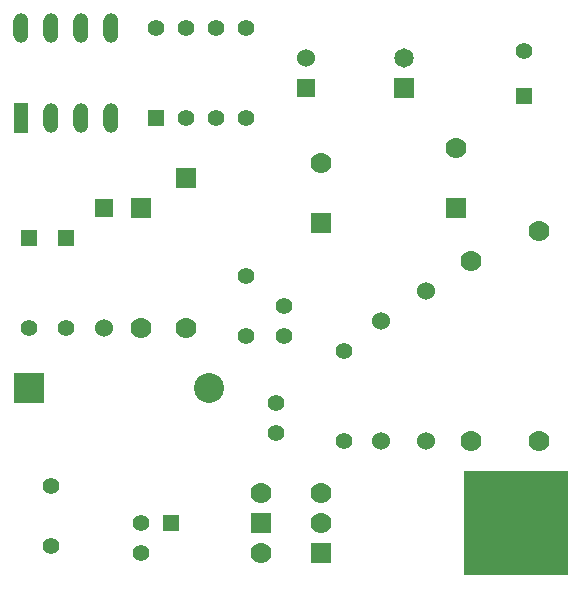
<source format=gtl>
G04 (created by PCBNEW (2013-07-07 BZR 4022)-stable) date 2/4/2014 11:58:10 PM*
%MOIN*%
G04 Gerber Fmt 3.4, Leading zero omitted, Abs format*
%FSLAX34Y34*%
G01*
G70*
G90*
G04 APERTURE LIST*
%ADD10C,0.00590551*%
%ADD11R,0.05X0.1*%
%ADD12O,0.05X0.1*%
%ADD13R,0.055X0.055*%
%ADD14C,0.055*%
%ADD15R,0.06X0.06*%
%ADD16C,0.06*%
%ADD17R,0.065X0.065*%
%ADD18C,0.065*%
%ADD19R,0.07X0.07*%
%ADD20C,0.07*%
%ADD21C,0.1*%
%ADD22R,0.1X0.1*%
%ADD23R,0.056X0.056*%
%ADD24C,0.056*%
%ADD25R,0.35X0.35*%
G04 APERTURE END LIST*
G54D10*
G54D11*
X62250Y-41750D03*
G54D12*
X63250Y-41750D03*
X64250Y-41750D03*
X65250Y-41750D03*
X65250Y-38750D03*
X64250Y-38750D03*
X63250Y-38750D03*
X62250Y-38750D03*
G54D13*
X66750Y-41750D03*
G54D14*
X67750Y-41750D03*
X68750Y-41750D03*
X69750Y-41750D03*
X69750Y-38750D03*
X68750Y-38750D03*
X67750Y-38750D03*
X66750Y-38750D03*
X71000Y-49000D03*
X71000Y-48000D03*
G54D13*
X79000Y-41000D03*
G54D14*
X79000Y-39500D03*
G54D15*
X71750Y-40750D03*
G54D16*
X71750Y-39750D03*
G54D17*
X75000Y-40750D03*
G54D18*
X75000Y-39750D03*
G54D14*
X69750Y-49000D03*
X69750Y-47000D03*
G54D19*
X76750Y-44750D03*
G54D20*
X76750Y-42750D03*
G54D19*
X72250Y-45250D03*
G54D20*
X72250Y-43250D03*
G54D13*
X62500Y-45750D03*
G54D14*
X62500Y-48750D03*
G54D20*
X66250Y-48750D03*
G54D19*
X66250Y-44750D03*
G54D20*
X67750Y-48750D03*
G54D19*
X67750Y-43750D03*
G54D21*
X68500Y-50750D03*
G54D22*
X62500Y-50750D03*
G54D23*
X63750Y-45750D03*
G54D24*
X63750Y-48750D03*
G54D15*
X65000Y-44750D03*
G54D16*
X65000Y-48750D03*
G54D24*
X63250Y-56000D03*
X63250Y-54000D03*
G54D13*
X67250Y-55250D03*
G54D14*
X66250Y-55250D03*
X66250Y-56250D03*
G54D20*
X70250Y-56250D03*
G54D19*
X70250Y-55250D03*
G54D20*
X70250Y-54250D03*
G54D14*
X70750Y-51250D03*
X70750Y-52250D03*
X73000Y-52500D03*
X73000Y-49500D03*
G54D16*
X74250Y-52500D03*
X74250Y-48500D03*
X75750Y-52500D03*
X75750Y-47500D03*
G54D20*
X77250Y-52500D03*
X77250Y-46500D03*
X79500Y-52500D03*
X79500Y-45500D03*
G54D19*
X72250Y-56250D03*
G54D20*
X72250Y-54250D03*
X72250Y-55250D03*
G54D25*
X78750Y-55250D03*
M02*

</source>
